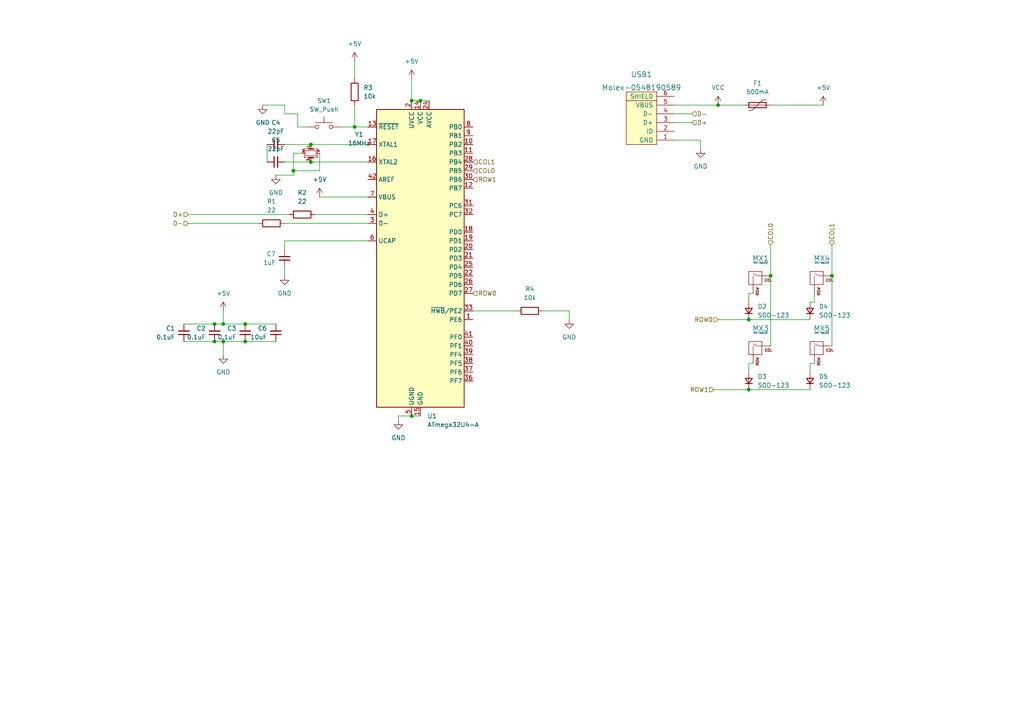
<source format=kicad_sch>
(kicad_sch (version 20211123) (generator eeschema)
  (paper "A4")
  (lib_symbols
    (symbol "Device:C_Small" (pin_numbers hide) (pin_names (offset 0.254) hide)
      (property "Reference" "C" (at 0.254 1.778 0))
      (property "Value" "C_Small" (at 0.254 -2.032 0))
      (symbol "C_Small_0_1"
        (polyline (pts (xy -1.524 -0.508) (xy 1.524 -0.508)) (stroke (width 0.3302)))
        (polyline (pts (xy -1.524 0.508) (xy 1.524 0.508)) (stroke (width 0.3048)))
      )
      (symbol "C_Small_1_1"
        (pin passive line (at 0 2.54 270) (length 2.032) (name "~") (number "1"))
        (pin passive line (at 0 -2.54 90) (length 2.032) (name "~") (number "2"))
      )
    )
    (symbol "Device:Crystal_GND24_Small" (pin_names (offset 1.016) hide)
      (property "Reference" "Y" (at 1.27 4.445 0))
      (property "Value" "Crystal_GND24_Small" (at 1.27 2.54 0))
      (symbol "Crystal_GND24_Small_0_1"
        (rectangle (start -0.762 -1.524) (end 0.762 1.524))
        (polyline (pts (xy -1.27 -0.762) (xy -1.27 0.762)) (stroke (width 0.381)))
        (polyline (pts (xy 1.27 -0.762) (xy 1.27 0.762)) (stroke (width 0.381)))
        (polyline (pts (xy -1.27 -1.27) (xy -1.27 -1.905) (xy 1.27 -1.905) (xy 1.27 -1.27)))
        (polyline (pts (xy -1.27 1.27) (xy -1.27 1.905) (xy 1.27 1.905) (xy 1.27 1.27)))
      )
      (symbol "Crystal_GND24_Small_1_1"
        (pin passive line (at -2.54 0 0) (length 1.27) (name "1") (number "1"))
        (pin passive line (at 0 -2.54 90) (length 0.635) (name "2") (number "2"))
        (pin passive line (at 2.54 0 180) (length 1.27) (name "3") (number "3"))
        (pin passive line (at 0 2.54 270) (length 0.635) (name "4") (number "4"))
      )
    )
    (symbol "Device:D_Small" (pin_numbers hide) (pin_names (offset 0.254) hide)
      (property "Reference" "D" (at -1.27 2.032 0))
      (property "Value" "D_Small" (at -3.81 -2.032 0))
      (symbol "D_Small_0_1"
        (polyline (pts (xy -0.762 -1.016) (xy -0.762 1.016)) (stroke (width 0.254)))
        (polyline (pts (xy -0.762 0) (xy 0.762 0)))
        (polyline (pts (xy 0.762 -1.016) (xy -0.762 0) (xy 0.762 1.016) (xy 0.762 -1.016)) (stroke (width 0.254)))
      )
      (symbol "D_Small_1_1"
        (pin passive line (at -2.54 0 0) (length 1.778) (name "K") (number "1"))
        (pin passive line (at 2.54 0 180) (length 1.778) (name "A") (number "2"))
      )
    )
    (symbol "Device:Polyfuse" (pin_numbers hide) (pin_names (offset 0))
      (property "Reference" "F" (at -2.54 0 90))
      (property "Value" "Polyfuse" (at 2.54 0 90))
      (symbol "Polyfuse_0_1"
        (rectangle (start -0.762 2.54) (end 0.762 -2.54) (stroke (width 0.254)))
        (polyline (pts (xy 0 2.54) (xy 0 -2.54)))
        (polyline (pts (xy -1.524 2.54) (xy -1.524 1.524) (xy 1.524 -1.524) (xy 1.524 -2.54)))
      )
      (symbol "Polyfuse_1_1"
        (pin passive line (at 0 3.81 270) (length 1.27) (name "~") (number "1"))
        (pin passive line (at 0 -3.81 90) (length 1.27) (name "~") (number "2"))
      )
    )
    (symbol "Device:R" (pin_numbers hide) (pin_names (offset 0))
      (property "Reference" "R" (at 2.032 0 90))
      (property "Value" "R" (at 0 0 90))
      (symbol "R_0_1"
        (rectangle (start -1.016 -2.54) (end 1.016 2.54) (stroke (width 0.254)))
      )
      (symbol "R_1_1"
        (pin passive line (at 0 3.81 270) (length 1.27) (name "~") (number "1"))
        (pin passive line (at 0 -3.81 90) (length 1.27) (name "~") (number "2"))
      )
    )
    (symbol "MCU_Microchip_ATmega:ATmega32U4-A"
      (property "Reference" "U" (at -12.7 44.45 0))
      (property "Value" "ATmega32U4-A" (at 2.54 -44.45 0))
      (symbol "ATmega32U4-A_0_1"
        (rectangle (start -12.7 -43.18) (end 12.7 43.18) (stroke (width 0.254)) (fill (type background)))
      )
      (symbol "ATmega32U4-A_1_1"
        (pin bidirectional line (at 15.24 -17.78 180) (length 2.54) (name "PE6") (number "1"))
        (pin bidirectional line (at 15.24 33.02 180) (length 2.54) (name "PB2") (number "10"))
        (pin bidirectional line (at 15.24 30.48 180) (length 2.54) (name "PB3") (number "11"))
        (pin bidirectional line (at 15.24 20.32 180) (length 2.54) (name "PB7") (number "12"))
        (pin input line (at -15.24 38.1 0) (length 2.54) (name "~{RESET}") (number "13"))
        (pin power_in line (at 0 45.72 270) (length 2.54) (name "VCC") (number "14"))
        (pin power_in line (at 0 -45.72 90) (length 2.54) (name "GND") (number "15"))
        (pin output line (at -15.24 27.94 0) (length 2.54) (name "XTAL2") (number "16"))
        (pin input line (at -15.24 33.02 0) (length 2.54) (name "XTAL1") (number "17"))
        (pin bidirectional line (at 15.24 7.62 180) (length 2.54) (name "PD0") (number "18"))
        (pin bidirectional line (at 15.24 5.08 180) (length 2.54) (name "PD1") (number "19"))
        (pin power_in line (at -2.54 45.72 270) (length 2.54) (name "UVCC") (number "2"))
        (pin bidirectional line (at 15.24 2.54 180) (length 2.54) (name "PD2") (number "20"))
        (pin bidirectional line (at 15.24 0 180) (length 2.54) (name "PD3") (number "21"))
        (pin bidirectional line (at 15.24 -5.08 180) (length 2.54) (name "PD5") (number "22"))
        (pin passive line (at 0 -45.72 90) (length 2.54) hide (name "GND") (number "23"))
        (pin power_in line (at 2.54 45.72 270) (length 2.54) (name "AVCC") (number "24"))
        (pin bidirectional line (at 15.24 -2.54 180) (length 2.54) (name "PD4") (number "25"))
        (pin bidirectional line (at 15.24 -7.62 180) (length 2.54) (name "PD6") (number "26"))
        (pin bidirectional line (at 15.24 -10.16 180) (length 2.54) (name "PD7") (number "27"))
        (pin bidirectional line (at 15.24 27.94 180) (length 2.54) (name "PB4") (number "28"))
        (pin bidirectional line (at 15.24 25.4 180) (length 2.54) (name "PB5") (number "29"))
        (pin bidirectional line (at -15.24 10.16 0) (length 2.54) (name "D-") (number "3"))
        (pin bidirectional line (at 15.24 22.86 180) (length 2.54) (name "PB6") (number "30"))
        (pin bidirectional line (at 15.24 15.24 180) (length 2.54) (name "PC6") (number "31"))
        (pin bidirectional line (at 15.24 12.7 180) (length 2.54) (name "PC7") (number "32"))
        (pin bidirectional line (at 15.24 -15.24 180) (length 2.54) (name "~{HWB}/PE2") (number "33"))
        (pin passive line (at 0 45.72 270) (length 2.54) hide (name "VCC") (number "34"))
        (pin passive line (at 0 -45.72 90) (length 2.54) hide (name "GND") (number "35"))
        (pin bidirectional line (at 15.24 -35.56 180) (length 2.54) (name "PF7") (number "36"))
        (pin bidirectional line (at 15.24 -33.02 180) (length 2.54) (name "PF6") (number "37"))
        (pin bidirectional line (at 15.24 -30.48 180) (length 2.54) (name "PF5") (number "38"))
        (pin bidirectional line (at 15.24 -27.94 180) (length 2.54) (name "PF4") (number "39"))
        (pin bidirectional line (at -15.24 12.7 0) (length 2.54) (name "D+") (number "4"))
        (pin bidirectional line (at 15.24 -25.4 180) (length 2.54) (name "PF1") (number "40"))
        (pin bidirectional line (at 15.24 -22.86 180) (length 2.54) (name "PF0") (number "41"))
        (pin passive line (at -15.24 22.86 0) (length 2.54) (name "AREF") (number "42"))
        (pin passive line (at 0 -45.72 90) (length 2.54) hide (name "GND") (number "43"))
        (pin passive line (at 2.54 45.72 270) (length 2.54) hide (name "AVCC") (number "44"))
        (pin passive line (at -2.54 -45.72 90) (length 2.54) (name "UGND") (number "5"))
        (pin passive line (at -15.24 5.08 0) (length 2.54) (name "UCAP") (number "6"))
        (pin input line (at -15.24 17.78 0) (length 2.54) (name "VBUS") (number "7"))
        (pin bidirectional line (at 15.24 38.1 180) (length 2.54) (name "PB0") (number "8"))
        (pin bidirectional line (at 15.24 35.56 180) (length 2.54) (name "PB1") (number "9"))
      )
    )
    (symbol "MX_Alps_Hybrid:MX-NoLED" (pin_names (offset 1.016))
      (property "Reference" "MX" (at -0.635 3.81 0))
      (property "Value" "MX-NoLED" (at -0.635 1.27 0))
      (symbol "MX-NoLED_0_0"
        (rectangle (start -2.54 2.54) (end 1.27 -1.27))
        (polyline (pts (xy -1.27 -1.27) (xy -1.27 1.27)) (stroke (width 0.127)))
        (polyline (pts (xy 1.27 1.27) (xy 0 1.27) (xy -1.27 1.905)) (stroke (width 0.127)))
        (text "COL" (at 3.175 0 0) (effects (font (size 0.762 0.762))))
        (text "ROW" (at 0 -1.905 900) (effects (font (size 0.762 0.762)) (justify right)))
      )
      (symbol "MX-NoLED_1_1"
        (pin passive line (at 3.81 1.27 180) (length 2.54) (name "COL") (number "1"))
        (pin passive line (at -1.27 -3.81 90) (length 2.54) (name "ROW") (number "2"))
      )
    )
    (symbol "Switch:SW_Push" (pin_numbers hide) (pin_names (offset 1.016) hide)
      (property "Reference" "SW" (at 1.27 2.54 0))
      (property "Value" "SW_Push" (at 0 -1.524 0))
      (symbol "SW_Push_0_1"
        (circle (center -2.032 0) (radius 0.508))
        (polyline (pts (xy 0 1.27) (xy 0 3.048)))
        (polyline (pts (xy 2.54 1.27) (xy -2.54 1.27)))
        (circle (center 2.032 0) (radius 0.508))
        (pin passive line (at -5.08 0 0) (length 2.54) (name "1") (number "1"))
        (pin passive line (at 5.08 0 180) (length 2.54) (name "2") (number "2"))
      )
    )
    (symbol "power:+5V" (power) (pin_names (offset 0))
      (property "Value" "+5V" (at 0 3.556 0))
      (symbol "+5V_0_1"
        (polyline (pts (xy -0.762 1.27) (xy 0 2.54)))
        (polyline (pts (xy 0 0) (xy 0 2.54)))
        (polyline (pts (xy 0 2.54) (xy 0.762 1.27)))
      )
      (symbol "+5V_1_1"
        (pin power_in line (at 0 0 90) (length 0) hide (name "+5V") (number "1"))
      )
    )
    (symbol "power:GND" (power) (pin_names (offset 0))
      (property "Value" "GND" (at 0 -3.81 0))
      (symbol "GND_0_1"
        (polyline (pts (xy 0 0) (xy 0 -1.27) (xy 1.27 -1.27) (xy 0 -2.54) (xy -1.27 -1.27) (xy 0 -1.27)))
      )
      (symbol "GND_1_1"
        (pin power_in line (at 0 0 270) (length 0) hide (name "GND") (number "1"))
      )
    )
    (symbol "power:VCC" (power) (pin_names (offset 0))
      (property "Value" "VCC" (at 0 3.81 0))
      (symbol "VCC_0_1"
        (polyline (pts (xy -0.762 1.27) (xy 0 2.54)))
        (polyline (pts (xy 0 0) (xy 0 2.54)))
        (polyline (pts (xy 0 2.54) (xy 0.762 1.27)))
      )
      (symbol "VCC_1_1"
        (pin power_in line (at 0 0 90) (length 0) hide (name "VCC") (number "1"))
      )
    )
    (symbol "random-keyboard-parts:Molex-0548190589" (pin_names (offset 1.016))
      (property "Reference" "USB" (at 0 7.62 0))
      (property "Value" "Molex-0548190589" (at 0 10.16 0))
      (symbol "Molex-0548190589_0_0"
        (polyline (pts (xy 6.35 -2.54) (xy 6.35 6.35)))
        (rectangle (start 8.89 -2.54) (end -6.35 6.35) (fill (type background)))
      )
      (symbol "Molex-0548190589_1_1"
        (pin input line (at -5.08 -7.62 90) (length 5.08) (name "GND") (number "1"))
        (pin input line (at -2.54 -7.62 90) (length 5.08) (name "ID") (number "2"))
        (pin input line (at 0 -7.62 90) (length 5.08) (name "D+") (number "3"))
        (pin input line (at 2.54 -7.62 90) (length 5.08) (name "D-") (number "4"))
        (pin input line (at 5.08 -7.62 90) (length 5.08) (name "VBUS") (number "5"))
        (pin input line (at 7.62 -7.62 90) (length 5.08) (name "SHIELD") (number "6"))
      )
    )
  )
  (junction (at 119.38 120.65))
  (junction (at 102.87 36.83))
  (junction (at 62.23 93.98))
  (junction (at 223.52 80.01))
  (junction (at 121.92 29.21))
  (junction (at 62.23 99.06))
  (junction (at 208.28 30.48))
  (junction (at 64.77 99.06))
  (junction (at 71.12 99.06))
  (junction (at 90.17 41.91))
  (junction (at 217.17 113.03))
  (junction (at 64.77 93.98))
  (junction (at 217.17 92.71))
  (junction (at 119.38 29.21))
  (junction (at 241.3 80.01))
  (junction (at 85.09 49.53))
  (junction (at 90.17 46.99))
  (junction (at 71.12 93.98))
  (wire (pts (xy 71.12 99.06) (xy 80.01 99.06)))
  (wire (pts (xy 119.38 120.65) (xy 115.57 120.65)))
  (wire (pts (xy 203.2 40.64) (xy 203.2 43.18)))
  (wire (pts (xy 121.92 29.21) (xy 124.46 29.21)))
  (wire (pts (xy 137.16 90.17) (xy 149.86 90.17)))
  (wire (pts (xy 90.17 41.91) (xy 106.68 41.91)))
  (wire (pts (xy 119.38 120.65) (xy 121.92 120.65)))
  (wire (pts (xy 82.55 33.02) (xy 86.36 33.02)))
  (wire (pts (xy 77.47 41.91) (xy 77.47 46.99)))
  (wire (pts (xy 54.61 64.77) (xy 74.93 64.77)))
  (wire (pts (xy 64.77 102.87) (xy 64.77 99.06)))
  (wire (pts (xy 241.3 71.12) (xy 241.3 80.01)))
  (wire (pts (xy 119.38 29.21) (xy 121.92 29.21)))
  (wire (pts (xy 234.95 92.71) (xy 217.17 92.71)))
  (wire (pts (xy 234.95 113.03) (xy 217.17 113.03)))
  (wire (pts (xy 85.09 44.45) (xy 85.09 49.53)))
  (wire (pts (xy 64.77 99.06) (xy 62.23 99.06)))
  (wire (pts (xy 195.58 40.64) (xy 203.2 40.64)))
  (wire (pts (xy 82.55 33.02) (xy 82.55 30.48)))
  (wire (pts (xy 236.22 105.41) (xy 234.95 105.41)))
  (wire (pts (xy 234.95 105.41) (xy 234.95 107.95)))
  (wire (pts (xy 217.17 105.41) (xy 217.17 107.95)))
  (wire (pts (xy 102.87 36.83) (xy 106.68 36.83)))
  (wire (pts (xy 62.23 93.98) (xy 64.77 93.98)))
  (wire (pts (xy 195.58 35.56) (xy 200.66 35.56)))
  (wire (pts (xy 85.09 49.53) (xy 85.09 50.8)))
  (wire (pts (xy 62.23 99.06) (xy 53.34 99.06)))
  (wire (pts (xy 106.68 57.15) (xy 92.71 57.15)))
  (wire (pts (xy 64.77 90.17) (xy 64.77 93.98)))
  (wire (pts (xy 53.34 93.98) (xy 62.23 93.98)))
  (wire (pts (xy 223.52 100.33) (xy 223.52 80.01)))
  (wire (pts (xy 71.12 93.98) (xy 80.01 93.98)))
  (wire (pts (xy 92.71 44.45) (xy 92.71 49.53)))
  (wire (pts (xy 82.55 77.47) (xy 82.55 80.01)))
  (wire (pts (xy 106.68 69.85) (xy 82.55 69.85)))
  (wire (pts (xy 208.28 92.71) (xy 217.17 92.71)))
  (wire (pts (xy 236.22 87.63) (xy 234.95 87.63)))
  (wire (pts (xy 223.52 30.48) (xy 238.76 30.48)))
  (wire (pts (xy 208.28 30.48) (xy 215.9 30.48)))
  (wire (pts (xy 236.22 85.09) (xy 236.22 87.63)))
  (wire (pts (xy 64.77 99.06) (xy 71.12 99.06)))
  (wire (pts (xy 80.01 50.8) (xy 85.09 50.8)))
  (wire (pts (xy 82.55 41.91) (xy 90.17 41.91)))
  (wire (pts (xy 115.57 120.65) (xy 115.57 121.92)))
  (wire (pts (xy 195.58 30.48) (xy 208.28 30.48)))
  (wire (pts (xy 54.61 62.23) (xy 83.82 62.23)))
  (wire (pts (xy 218.44 105.41) (xy 217.17 105.41)))
  (wire (pts (xy 87.63 44.45) (xy 85.09 44.45)))
  (wire (pts (xy 92.71 49.53) (xy 85.09 49.53)))
  (wire (pts (xy 218.44 85.09) (xy 217.17 85.09)))
  (wire (pts (xy 217.17 85.09) (xy 217.17 87.63)))
  (wire (pts (xy 207.01 113.03) (xy 217.17 113.03)))
  (wire (pts (xy 86.36 36.83) (xy 86.36 33.02)))
  (wire (pts (xy 102.87 17.78) (xy 102.87 22.86)))
  (wire (pts (xy 88.9 36.83) (xy 86.36 36.83)))
  (wire (pts (xy 241.3 100.33) (xy 241.3 80.01)))
  (wire (pts (xy 99.06 36.83) (xy 102.87 36.83)))
  (wire (pts (xy 91.44 62.23) (xy 106.68 62.23)))
  (wire (pts (xy 82.55 69.85) (xy 82.55 72.39)))
  (wire (pts (xy 90.17 46.99) (xy 106.68 46.99)))
  (wire (pts (xy 119.38 22.86) (xy 119.38 29.21)))
  (wire (pts (xy 223.52 80.01) (xy 223.52 71.12)))
  (wire (pts (xy 82.55 46.99) (xy 90.17 46.99)))
  (wire (pts (xy 64.77 93.98) (xy 71.12 93.98)))
  (wire (pts (xy 195.58 33.02) (xy 200.66 33.02)))
  (wire (pts (xy 82.55 64.77) (xy 106.68 64.77)))
  (wire (pts (xy 165.1 90.17) (xy 165.1 92.71)))
  (wire (pts (xy 157.48 90.17) (xy 165.1 90.17)))
  (wire (pts (xy 102.87 30.48) (xy 102.87 36.83)))
  (wire (pts (xy 76.2 30.48) (xy 82.55 30.48)))
  (hierarchical_label "COL0" (shape input) (at 223.52 71.12 90))
  (hierarchical_label "ROW1" (shape input) (at 137.16 52.07 0))
  (hierarchical_label "COL0" (shape input) (at 137.16 49.53 0))
  (hierarchical_label "ROW0" (shape input) (at 137.16 85.09 0))
  (hierarchical_label "D-" (shape input) (at 200.66 33.02 0))
  (hierarchical_label "D-" (shape input) (at 54.61 64.77 180))
  (hierarchical_label "COL1" (shape input) (at 137.16 46.99 0))
  (hierarchical_label "COL1" (shape input) (at 241.3 71.12 90))
  (hierarchical_label "ROW1" (shape input) (at 207.01 113.03 180))
  (hierarchical_label "D+" (shape input) (at 54.61 62.23 180))
  (hierarchical_label "ROW0" (shape input) (at 208.28 92.71 180))
  (hierarchical_label "D+" (shape input) (at 200.66 35.56 0))
  (symbol (lib_id "Device:C_Small") (at 80.01 96.52 0) (mirror x) (unit 1)
    (property "Reference" "C6" (at 77.47 95.2435 0) (effects (justify right)))
    (property "Value" "10uF" (at 77.47 97.7835 0) (effects (justify right)))
    (property "Footprint" "Capacitor_SMD:C_0805_2012Metric" (effects hide))
  )
  (symbol (lib_id "power:GND") (at 80.01 50.8 0) (unit 1)
    (property "Reference" "#PWR0103" (effects hide))
    (property "Value" "GND" (at 80.01 55.88 0))
  )
  (symbol (lib_id "MX_Alps_Hybrid:MX-NoLED") (at 219.71 81.28 0) (unit 1)
    (property "Reference" "MX1" (at 220.5956 74.93 0) (effects (font (size 1.524 1.524))))
    (property "Value" "MX-NoLED" (at 220.5956 76.2 0) (effects (font (size 0.508 0.508))))
    (property "Footprint" "MX_Alps_Hybrid:MX-1U" (effects hide))
  )
  (symbol (lib_id "Device:Polyfuse") (at 219.71 30.48 90) (unit 1)
    (property "Reference" "F1" (at 219.71 24.13 90))
    (property "Value" "500mA" (at 219.71 26.67 90))
    (property "Footprint" "Fuse:Fuse_1206_3216Metric" (effects hide))
  )
  (symbol (lib_id "power:+5V") (at 92.71 57.15 0) (unit 1)
    (property "Reference" "#PWR0107" (effects hide))
    (property "Value" "+5V" (at 92.71 52.07 0))
  )
  (symbol (lib_id "Device:D_Small") (at 234.95 110.49 90) (unit 1)
    (property "Reference" "D5" (at 237.49 109.2199 90) (effects (justify right)))
    (property "Value" "SOD-123" (at 237.49 111.7599 90) (effects (justify right)))
    (property "Footprint" "Diode_SMD:D_SOD-123" (effects hide))
  )
  (symbol (lib_id "Device:C_Small") (at 62.23 96.52 0) (mirror x) (unit 1)
    (property "Reference" "C2" (at 59.69 95.2435 0) (effects (justify right)))
    (property "Value" "0.1uF" (at 59.69 97.7835 0) (effects (justify right)))
    (property "Footprint" "Capacitor_SMD:C_0805_2012Metric" (effects hide))
  )
  (symbol (lib_id "power:GND") (at 76.2 30.48 0) (unit 1)
    (property "Reference" "#PWR0110" (effects hide))
    (property "Value" "GND" (at 76.2 35.56 0))
  )
  (symbol (lib_id "Device:R") (at 153.67 90.17 90) (unit 1)
    (property "Reference" "R4" (at 153.67 83.82 90))
    (property "Value" "10k" (at 153.67 86.36 90))
    (property "Footprint" "Resistor_SMD:R_0805_2012Metric" (effects hide))
  )
  (symbol (lib_id "power:GND") (at 115.57 121.92 0) (unit 1)
    (property "Reference" "#PWR0106" (effects hide))
    (property "Value" "GND" (at 115.57 127 0))
  )
  (symbol (lib_id "Device:D_Small") (at 217.17 110.49 90) (unit 1)
    (property "Reference" "D3" (at 219.71 109.2199 90) (effects (justify right)))
    (property "Value" "SOD-123" (at 219.71 111.7599 90) (effects (justify right)))
    (property "Footprint" "Diode_SMD:D_SOD-123" (effects hide))
  )
  (symbol (lib_id "power:+5V") (at 238.76 30.48 0) (unit 1)
    (property "Reference" "#PWR0113" (effects hide))
    (property "Value" "+5V" (at 238.76 25.4 0))
  )
  (symbol (lib_id "Device:C_Small") (at 71.12 96.52 0) (mirror x) (unit 1)
    (property "Reference" "C3" (at 68.58 95.2435 0) (effects (justify right)))
    (property "Value" "0.1uF" (at 68.58 97.7835 0) (effects (justify right)))
    (property "Footprint" "Capacitor_SMD:C_0805_2012Metric" (effects hide))
  )
  (symbol (lib_id "power:+5V") (at 64.77 90.17 0) (unit 1)
    (property "Reference" "#PWR0101" (effects hide))
    (property "Value" "+5V" (at 64.77 85.09 0))
  )
  (symbol (lib_id "Device:Crystal_GND24_Small") (at 90.17 44.45 270) (unit 1)
    (property "Reference" "Y1" (at 104.14 38.9888 90))
    (property "Value" "16MHz" (at 104.14 41.5288 90))
    (property "Footprint" "Crystal:Crystal_SMD_3225-4Pin_3.2x2.5mm" (effects hide))
  )
  (symbol (lib_id "Device:C_Small") (at 80.01 46.99 90) (unit 1)
    (property "Reference" "C5" (at 80.0163 40.64 90))
    (property "Value" "22pF" (at 80.0163 43.18 90))
    (property "Footprint" "Capacitor_SMD:C_0805_2012Metric" (effects hide))
  )
  (symbol (lib_id "power:GND") (at 64.77 102.87 0) (unit 1)
    (property "Reference" "#PWR0104" (effects hide))
    (property "Value" "GND" (at 64.77 107.95 0))
  )
  (symbol (lib_id "power:+5V") (at 102.87 17.78 0) (unit 1)
    (property "Reference" "#PWR0109" (effects hide))
    (property "Value" "+5V" (at 102.87 12.7 0))
  )
  (symbol (lib_id "MX_Alps_Hybrid:MX-NoLED") (at 219.71 101.6 0) (unit 1)
    (property "Reference" "MX3" (at 220.5956 95.25 0) (effects (font (size 1.524 1.524))))
    (property "Value" "MX-NoLED" (at 220.5956 96.52 0) (effects (font (size 0.508 0.508))))
    (property "Footprint" "MX_Alps_Hybrid:MX-1U" (effects hide))
  )
  (symbol (lib_id "Switch:SW_Push") (at 93.98 36.83 0) (unit 1)
    (property "Reference" "SW1" (at 93.98 29.21 0))
    (property "Value" "SW_Push" (at 93.98 31.75 0))
    (property "Footprint" "KBParts:SKQG-1155865" (effects hide))
  )
  (symbol (lib_id "Device:D_Small") (at 234.95 90.17 90) (unit 1)
    (property "Reference" "D4" (at 237.49 88.8999 90) (effects (justify right)))
    (property "Value" "SOD-123" (at 237.49 91.4399 90) (effects (justify right)))
    (property "Footprint" "Diode_SMD:D_SOD-123" (effects hide))
  )
  (symbol (lib_id "MCU_Microchip_ATmega:ATmega32U4-A") (at 121.92 74.93 0) (unit 1)
    (property "Reference" "U1" (at 123.9394 120.65 0) (effects (justify left)))
    (property "Value" "ATmega32U4-A" (at 123.9394 123.19 0) (effects (justify left)))
    (property "Footprint" "Package_QFP:TQFP-44_10x10mm_P0.8mm" (effects hide))
    (property "Datasheet" "http://ww1.microchip.com/downloads/en/DeviceDoc/Atmel-7766-8-bit-AVR-ATmega16U4-32U4_Datasheet.pdf" (effects hide))
  )
  (symbol (lib_id "Device:C_Small") (at 82.55 74.93 0) (mirror x) (unit 1)
    (property "Reference" "C7" (at 80.01 73.6535 0) (effects (justify right)))
    (property "Value" "1uF" (at 80.01 76.1935 0) (effects (justify right)))
    (property "Footprint" "Capacitor_SMD:C_0805_2012Metric" (effects hide))
  )
  (symbol (lib_id "MX_Alps_Hybrid:MX-NoLED") (at 237.49 81.28 0) (unit 1)
    (property "Reference" "MX4" (at 238.3756 74.93 0) (effects (font (size 1.524 1.524))))
    (property "Value" "MX-NoLED" (at 238.3756 76.2 0) (effects (font (size 0.508 0.508))))
    (property "Footprint" "MX_Alps_Hybrid:MX-1U" (effects hide))
  )
  (symbol (lib_id "MX_Alps_Hybrid:MX-NoLED") (at 237.49 101.6 0) (unit 1)
    (property "Reference" "MX5" (at 238.3756 95.25 0) (effects (font (size 1.524 1.524))))
    (property "Value" "MX-NoLED" (at 238.3756 96.52 0) (effects (font (size 0.508 0.508))))
    (property "Footprint" "MX_Alps_Hybrid:MX-1U" (effects hide))
  )
  (symbol (lib_id "Device:C_Small") (at 53.34 96.52 0) (mirror x) (unit 1)
    (property "Reference" "C1" (at 50.8 95.2435 0) (effects (justify right)))
    (property "Value" "0.1uF" (at 50.8 97.7835 0) (effects (justify right)))
    (property "Footprint" "Capacitor_SMD:C_0805_2012Metric" (effects hide))
  )
  (symbol (lib_id "power:GND") (at 82.55 80.01 0) (unit 1)
    (property "Reference" "#PWR0102" (effects hide))
    (property "Value" "GND" (at 82.55 85.09 0))
  )
  (symbol (lib_id "power:+5V") (at 119.38 22.86 0) (unit 1)
    (property "Reference" "#PWR0108" (effects hide))
    (property "Value" "+5V" (at 119.38 17.78 0))
  )
  (symbol (lib_id "power:VCC") (at 208.28 30.48 0) (unit 1)
    (property "Reference" "#PWR0112" (effects hide))
    (property "Value" "VCC" (at 208.28 25.4 0))
  )
  (symbol (lib_id "Device:D_Small") (at 217.17 90.17 90) (unit 1)
    (property "Reference" "D2" (at 219.71 88.8999 90) (effects (justify right)))
    (property "Value" "SOD-123" (at 219.71 91.4399 90) (effects (justify right)))
    (property "Footprint" "Diode_SMD:D_SOD-123" (effects hide))
  )
  (symbol (lib_id "random-keyboard-parts:Molex-0548190589") (at 187.96 35.56 90) (unit 1)
    (property "Reference" "USB1" (at 186.055 21.59 90) (effects (font (size 1.524 1.524))))
    (property "Value" "Molex-0548190589" (at 186.055 25.4 90) (effects (font (size 1.524 1.524))))
    (property "Footprint" "KBParts:Molex-0548190589" (effects hide))
  )
  (symbol (lib_id "power:GND") (at 165.1 92.71 0) (unit 1)
    (property "Reference" "#PWR0105" (effects hide))
    (property "Value" "GND" (at 165.1 97.79 0))
  )
  (symbol (lib_id "Device:R") (at 102.87 26.67 0) (unit 1)
    (property "Reference" "R3" (at 105.41 25.3999 0) (effects (justify left)))
    (property "Value" "10k" (at 105.41 27.9399 0) (effects (justify left)))
    (property "Footprint" "Resistor_SMD:R_0805_2012Metric" (effects hide))
  )
  (symbol (lib_id "Device:R") (at 87.63 62.23 90) (mirror x) (unit 1)
    (property "Reference" "R2" (at 87.63 55.88 90))
    (property "Value" "22" (at 87.63 58.42 90))
    (property "Footprint" "Resistor_SMD:R_0805_2012Metric" (effects hide))
  )
  (symbol (lib_id "Device:R") (at 78.74 64.77 90) (mirror x) (unit 1)
    (property "Reference" "R1" (at 78.74 58.42 90))
    (property "Value" "22" (at 78.74 60.96 90))
    (property "Footprint" "Resistor_SMD:R_0805_2012Metric" (effects hide))
  )
  (symbol (lib_id "Device:C_Small") (at 80.01 41.91 90) (unit 1)
    (property "Reference" "C4" (at 80.0163 35.56 90))
    (property "Value" "22pF" (at 80.0163 38.1 90))
    (property "Footprint" "Capacitor_SMD:C_0805_2012Metric" (effects hide))
  )
  (symbol (lib_id "power:GND") (at 203.2 43.18 0) (unit 1)
    (property "Reference" "#PWR0111" (effects hide))
    (property "Value" "GND" (at 203.2 48.26 0))
  )
)
</source>
